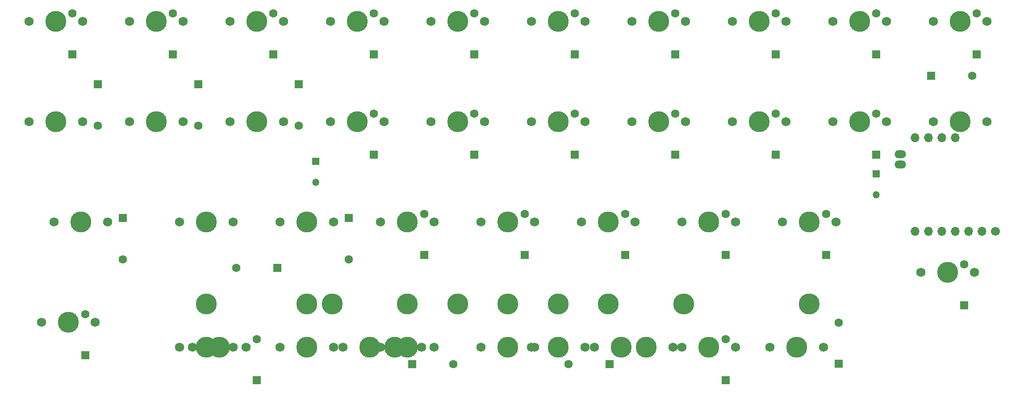
<source format=gbr>
%TF.GenerationSoftware,KiCad,Pcbnew,(7.0.0)*%
%TF.CreationDate,2023-07-09T02:25:53+02:00*%
%TF.ProjectId,pandemonium,70616e64-656d-46f6-9e69-756d2e6b6963,rev?*%
%TF.SameCoordinates,Original*%
%TF.FileFunction,Soldermask,Top*%
%TF.FilePolarity,Negative*%
%FSLAX46Y46*%
G04 Gerber Fmt 4.6, Leading zero omitted, Abs format (unit mm)*
G04 Created by KiCad (PCBNEW (7.0.0)) date 2023-07-09 02:25:53*
%MOMM*%
%LPD*%
G01*
G04 APERTURE LIST*
%ADD10R,1.600000X1.600000*%
%ADD11C,1.600000*%
%ADD12C,1.750000*%
%ADD13C,3.987800*%
%ADD14R,1.350000X1.350000*%
%ADD15O,1.350000X1.350000*%
%ADD16C,1.700000*%
%ADD17O,1.700000X1.700000*%
%ADD18O,2.200000X1.500000*%
G04 APERTURE END LIST*
D10*
%TO.C,D6*%
X149224999Y-77718749D03*
D11*
X149225000Y-69918750D03*
%TD*%
D12*
%TO.C,MX42*%
X143351250Y-95250000D03*
D13*
X148431250Y-95250000D03*
D12*
X153511250Y-95250000D03*
%TD*%
%TO.C,MX14*%
X64770000Y-95250000D03*
D13*
X69850000Y-95250000D03*
D12*
X74930000Y-95250000D03*
%TD*%
D10*
%TO.C,D17*%
X87312499Y-45312499D03*
D11*
X87312500Y-53112500D03*
%TD*%
D12*
%TO.C,MX5*%
X51117500Y-71437500D03*
D13*
X46037500Y-71437500D03*
D12*
X40957500Y-71437500D03*
%TD*%
%TO.C,MX12*%
X74930000Y-71437500D03*
D13*
X69850000Y-71437500D03*
D12*
X64770000Y-71437500D03*
%TD*%
D13*
%TO.C,S2*%
X127000000Y-86995000D03*
X88900000Y-86995000D03*
%TD*%
D10*
%TO.C,D35*%
X130174999Y-77718749D03*
D11*
X130175000Y-69918750D03*
%TD*%
D10*
%TO.C,D9*%
X158749999Y-39618749D03*
D11*
X158750000Y-31818750D03*
%TD*%
D10*
%TO.C,D24*%
X146266999Y-98424999D03*
D11*
X138467000Y-98425000D03*
%TD*%
D12*
%TO.C,MX35*%
X83820000Y-95250000D03*
D13*
X88900000Y-95250000D03*
D12*
X93980000Y-95250000D03*
%TD*%
D10*
%TO.C,D31*%
X196849999Y-58668749D03*
D11*
X196850000Y-50868750D03*
%TD*%
D12*
%TO.C,MX43*%
X148113750Y-95250000D03*
D13*
X153193750Y-95250000D03*
D12*
X158273750Y-95250000D03*
%TD*%
%TO.C,MX26*%
X102870000Y-71437500D03*
D13*
X107950000Y-71437500D03*
D12*
X113030000Y-71437500D03*
%TD*%
D10*
%TO.C,D13*%
X168274999Y-77718749D03*
D11*
X168275000Y-69918750D03*
%TD*%
D12*
%TO.C,MX16*%
X169545000Y-33337500D03*
D13*
X174625000Y-33337500D03*
D12*
X179705000Y-33337500D03*
%TD*%
D10*
%TO.C,D18*%
X177799999Y-58668749D03*
D11*
X177800000Y-50868750D03*
%TD*%
D10*
%TO.C,D12*%
X83274999Y-80168749D03*
D11*
X75475000Y-80168750D03*
%TD*%
D12*
%TO.C,MX31*%
X112395000Y-52387500D03*
D13*
X117475000Y-52387500D03*
D12*
X122555000Y-52387500D03*
%TD*%
%TO.C,MX29*%
X112395000Y-33337500D03*
D13*
X117475000Y-33337500D03*
D12*
X122555000Y-33337500D03*
%TD*%
%TO.C,MX36*%
X67151250Y-95250000D03*
D13*
X72231250Y-95250000D03*
D12*
X77311250Y-95250000D03*
%TD*%
D10*
%TO.C,D20*%
X187324999Y-77718749D03*
D11*
X187325000Y-69918750D03*
%TD*%
D10*
%TO.C,D37*%
X213518749Y-87243749D03*
D11*
X213518750Y-79443750D03*
%TD*%
D10*
%TO.C,D32*%
X207237499Y-43656249D03*
D11*
X215037500Y-43656250D03*
%TD*%
D10*
%TO.C,D29*%
X120649999Y-58668749D03*
D11*
X120650000Y-50868750D03*
%TD*%
D10*
%TO.C,D2*%
X139699999Y-39618749D03*
D11*
X139700000Y-31818750D03*
%TD*%
D12*
%TO.C,MX8*%
X55245000Y-33337500D03*
D13*
X60325000Y-33337500D03*
D12*
X65405000Y-33337500D03*
%TD*%
%TO.C,MX37*%
X100488750Y-95250000D03*
D13*
X105568750Y-95250000D03*
D12*
X110648750Y-95250000D03*
%TD*%
D10*
%TO.C,D15*%
X82549999Y-39618749D03*
D11*
X82550000Y-31818750D03*
%TD*%
D13*
%TO.C,S3*%
X184150000Y-86995000D03*
X146050000Y-86995000D03*
%TD*%
D12*
%TO.C,MX18*%
X169545000Y-52387500D03*
D13*
X174625000Y-52387500D03*
D12*
X179705000Y-52387500D03*
%TD*%
D10*
%TO.C,D28*%
X101599999Y-58668749D03*
D11*
X101600000Y-50868750D03*
%TD*%
D10*
%TO.C,D34*%
X111124999Y-77718749D03*
D11*
X111125000Y-69918750D03*
%TD*%
D12*
%TO.C,MX24*%
X93345000Y-52387500D03*
D13*
X98425000Y-52387500D03*
D12*
X103505000Y-52387500D03*
%TD*%
D10*
%TO.C,D16*%
X177799999Y-39618749D03*
D11*
X177800000Y-31818750D03*
%TD*%
D12*
%TO.C,MX44*%
X176688750Y-95250000D03*
D13*
X181768750Y-95250000D03*
D12*
X186848750Y-95250000D03*
%TD*%
%TO.C,MX19*%
X93980000Y-71437500D03*
D13*
X88900000Y-71437500D03*
D12*
X83820000Y-71437500D03*
%TD*%
%TO.C,MX21*%
X102870000Y-95250000D03*
D13*
X107950000Y-95250000D03*
D12*
X113030000Y-95250000D03*
%TD*%
%TO.C,MX15*%
X74295000Y-33337500D03*
D13*
X79375000Y-33337500D03*
D12*
X84455000Y-33337500D03*
%TD*%
D10*
%TO.C,D40*%
X168274999Y-101531249D03*
D11*
X168275000Y-93731250D03*
%TD*%
D12*
%TO.C,MX4*%
X131445000Y-52387500D03*
D13*
X136525000Y-52387500D03*
D12*
X141605000Y-52387500D03*
%TD*%
%TO.C,MX2*%
X131445000Y-33337500D03*
D13*
X136525000Y-33337500D03*
D12*
X141605000Y-33337500D03*
%TD*%
D10*
%TO.C,D23*%
X120649999Y-39618749D03*
D11*
X120650000Y-31818750D03*
%TD*%
D12*
%TO.C,MX11*%
X150495000Y-52387500D03*
D13*
X155575000Y-52387500D03*
D12*
X160655000Y-52387500D03*
%TD*%
%TO.C,MX9*%
X150495000Y-33337500D03*
D13*
X155575000Y-33337500D03*
D12*
X160655000Y-33337500D03*
%TD*%
%TO.C,MX38*%
X95726250Y-95250000D03*
D13*
X100806250Y-95250000D03*
D12*
X105886250Y-95250000D03*
%TD*%
D10*
%TO.C,D4*%
X139699999Y-58668749D03*
D11*
X139700000Y-50868750D03*
%TD*%
D13*
%TO.C,S8*%
X184150000Y-86995000D03*
X88900000Y-86995000D03*
%TD*%
D12*
%TO.C,MX20*%
X179070000Y-71437500D03*
D13*
X184150000Y-71437500D03*
D12*
X189230000Y-71437500D03*
%TD*%
D10*
%TO.C,D11*%
X158749999Y-58668749D03*
D11*
X158750000Y-50868750D03*
%TD*%
D10*
%TO.C,D3*%
X49212499Y-45312499D03*
D11*
X49212500Y-53112500D03*
%TD*%
D12*
%TO.C,MX3*%
X36195000Y-52387500D03*
D13*
X41275000Y-52387500D03*
D12*
X46355000Y-52387500D03*
%TD*%
D10*
%TO.C,D25*%
X196849999Y-39618749D03*
D11*
X196850000Y-31818750D03*
%TD*%
D10*
%TO.C,D19*%
X96837499Y-70712499D03*
D11*
X96837500Y-78512500D03*
%TD*%
D10*
%TO.C,D14*%
X79374999Y-101531249D03*
D11*
X79375000Y-93731250D03*
%TD*%
D10*
%TO.C,D22*%
X101599999Y-39618749D03*
D11*
X101600000Y-31818750D03*
%TD*%
D12*
%TO.C,MX30*%
X207645000Y-33337500D03*
D13*
X212725000Y-33337500D03*
D12*
X217805000Y-33337500D03*
%TD*%
%TO.C,MX39*%
X121920000Y-95250000D03*
D13*
X127000000Y-95250000D03*
D12*
X132080000Y-95250000D03*
%TD*%
D13*
%TO.C,S6*%
X117475000Y-86995000D03*
X93662500Y-86995000D03*
%TD*%
D12*
%TO.C,MX6*%
X140970000Y-71437500D03*
D13*
X146050000Y-71437500D03*
D12*
X151130000Y-71437500D03*
%TD*%
D13*
%TO.C,S4*%
X107950000Y-86995000D03*
X69850000Y-86995000D03*
%TD*%
D10*
%TO.C,D1*%
X44449999Y-39618749D03*
D11*
X44450000Y-31818750D03*
%TD*%
D10*
%TO.C,D10*%
X68262499Y-45312499D03*
D11*
X68262500Y-53112500D03*
%TD*%
D12*
%TO.C,MX10*%
X55245000Y-52387500D03*
D13*
X60325000Y-52387500D03*
D12*
X65405000Y-52387500D03*
%TD*%
%TO.C,MX17*%
X74295000Y-52387500D03*
D13*
X79375000Y-52387500D03*
D12*
X84455000Y-52387500D03*
%TD*%
%TO.C,MX27*%
X205263750Y-80962500D03*
D13*
X210343750Y-80962500D03*
D12*
X215423750Y-80962500D03*
%TD*%
D13*
%TO.C,S9*%
X184150000Y-86995000D03*
X69850000Y-86995000D03*
%TD*%
D10*
%TO.C,D7*%
X46831249Y-96768749D03*
D11*
X46831250Y-88968750D03*
%TD*%
D12*
%TO.C,MX23*%
X188595000Y-33337500D03*
D13*
X193675000Y-33337500D03*
D12*
X198755000Y-33337500D03*
%TD*%
%TO.C,MX1*%
X36195000Y-33337500D03*
D13*
X41275000Y-33337500D03*
D12*
X46355000Y-33337500D03*
%TD*%
%TO.C,MX22*%
X93345000Y-33337500D03*
D13*
X98425000Y-33337500D03*
D12*
X103505000Y-33337500D03*
%TD*%
D14*
%TO.C,J2*%
X196849999Y-62293749D03*
D15*
X196849999Y-66293749D03*
%TD*%
D10*
%TO.C,D5*%
X53974999Y-70712499D03*
D11*
X53975000Y-78512500D03*
%TD*%
D10*
%TO.C,D27*%
X189706249Y-98356249D03*
D11*
X189706250Y-90556250D03*
%TD*%
D10*
%TO.C,D21*%
X108812499Y-98424999D03*
D11*
X116612500Y-98425000D03*
%TD*%
D12*
%TO.C,MX25*%
X188595000Y-52387500D03*
D13*
X193675000Y-52387500D03*
D12*
X198755000Y-52387500D03*
%TD*%
D10*
%TO.C,D8*%
X63499999Y-39618749D03*
D11*
X63500000Y-31818750D03*
%TD*%
D13*
%TO.C,S7*%
X160337500Y-86995000D03*
X136525000Y-86995000D03*
%TD*%
D10*
%TO.C,D26*%
X215899999Y-39618749D03*
D11*
X215900000Y-31818750D03*
%TD*%
D12*
%TO.C,MX28*%
X160020000Y-95250000D03*
D13*
X165100000Y-95250000D03*
D12*
X170180000Y-95250000D03*
%TD*%
%TO.C,MX32*%
X207645000Y-52387500D03*
D13*
X212725000Y-52387500D03*
D12*
X217805000Y-52387500D03*
%TD*%
%TO.C,MX7*%
X38576250Y-90487500D03*
D13*
X43656250Y-90487500D03*
D12*
X48736250Y-90487500D03*
%TD*%
%TO.C,MX33*%
X121920000Y-71437500D03*
D13*
X127000000Y-71437500D03*
D12*
X132080000Y-71437500D03*
%TD*%
%TO.C,MX34*%
X131445000Y-95250000D03*
D13*
X136525000Y-95250000D03*
D12*
X141605000Y-95250000D03*
%TD*%
%TO.C,MX13*%
X160020000Y-71437500D03*
D13*
X165100000Y-71437500D03*
D12*
X170180000Y-71437500D03*
%TD*%
D16*
%TO.C,J1*%
X219386662Y-73189580D03*
D17*
X216846661Y-73189579D03*
X214306661Y-73189579D03*
X211766661Y-73189579D03*
X209226661Y-73189579D03*
X206686661Y-73189579D03*
X204146661Y-73189579D03*
D18*
X201352661Y-60489579D03*
X201352661Y-58584579D03*
D17*
X204146661Y-55409579D03*
X206686661Y-55409579D03*
X209226661Y-55409579D03*
X211766661Y-55409579D03*
%TD*%
D14*
%TO.C,J3*%
X90556249Y-59912499D03*
D15*
X90556249Y-63912499D03*
%TD*%
M02*

</source>
